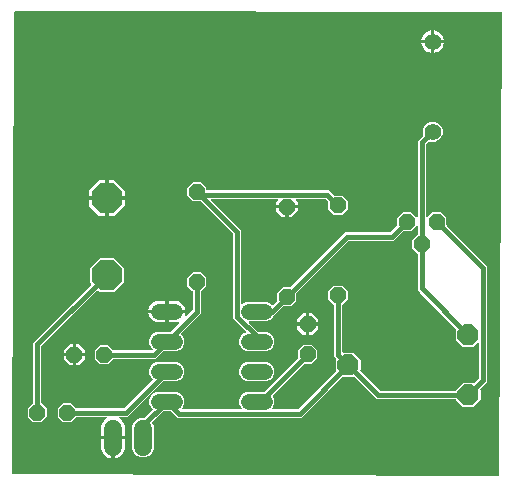
<source format=gbr>
G04 EAGLE Gerber RS-274X export*
G75*
%MOMM*%
%FSLAX34Y34*%
%LPD*%
%INTop Copper*%
%IPPOS*%
%AMOC8*
5,1,8,0,0,1.08239X$1,22.5*%
G01*
%ADD10P,1.429621X8X202.500000*%
%ADD11P,1.429621X8X112.500000*%
%ADD12C,1.320800*%
%ADD13C,1.400000*%
%ADD14P,1.429621X8X292.500000*%
%ADD15P,1.924489X8X112.500000*%
%ADD16P,2.749271X8X112.500000*%
%ADD17C,1.524000*%
%ADD18C,0.406400*%

G36*
X496173Y214D02*
X496173Y214D01*
X496191Y212D01*
X496294Y233D01*
X496397Y250D01*
X496414Y258D01*
X496432Y262D01*
X496522Y315D01*
X496615Y364D01*
X496628Y377D01*
X496644Y387D01*
X496713Y466D01*
X496785Y541D01*
X496793Y558D01*
X496805Y573D01*
X496845Y669D01*
X496890Y764D01*
X496892Y783D01*
X496899Y800D01*
X496919Y967D01*
X499760Y392398D01*
X499756Y392419D01*
X499759Y392441D01*
X499738Y392541D01*
X499722Y392641D01*
X499712Y392660D01*
X499707Y392682D01*
X499655Y392769D01*
X499608Y392859D01*
X499593Y392874D01*
X499582Y392893D01*
X499505Y392959D01*
X499431Y393030D01*
X499412Y393039D01*
X499395Y393053D01*
X499301Y393091D01*
X499209Y393135D01*
X499187Y393138D01*
X499167Y393146D01*
X499000Y393165D01*
X87771Y394114D01*
X87752Y394111D01*
X87733Y394113D01*
X87631Y394092D01*
X87528Y394075D01*
X87511Y394066D01*
X87493Y394062D01*
X87402Y394009D01*
X87310Y393960D01*
X87297Y393947D01*
X87281Y393937D01*
X87212Y393858D01*
X87140Y393782D01*
X87132Y393765D01*
X87120Y393751D01*
X87081Y393654D01*
X87036Y393560D01*
X87034Y393541D01*
X87027Y393523D01*
X87008Y393357D01*
X85114Y2875D01*
X85117Y2855D01*
X85114Y2835D01*
X85136Y2734D01*
X85152Y2632D01*
X85161Y2614D01*
X85166Y2595D01*
X85218Y2506D01*
X85266Y2414D01*
X85281Y2400D01*
X85291Y2383D01*
X85369Y2316D01*
X85444Y2244D01*
X85462Y2235D01*
X85477Y2222D01*
X85573Y2183D01*
X85666Y2139D01*
X85686Y2137D01*
X85705Y2129D01*
X85871Y2110D01*
X496154Y211D01*
X496173Y214D01*
G37*
%LPC*%
G36*
X193881Y16335D02*
X193881Y16335D01*
X190520Y17727D01*
X187947Y20300D01*
X186555Y23661D01*
X186555Y42539D01*
X187947Y45900D01*
X190520Y48473D01*
X193881Y49865D01*
X196919Y49865D01*
X197010Y49879D01*
X197100Y49887D01*
X197130Y49899D01*
X197162Y49904D01*
X197243Y49947D01*
X197327Y49983D01*
X197359Y50009D01*
X197380Y50020D01*
X197402Y50043D01*
X197458Y50088D01*
X203797Y56427D01*
X203808Y56443D01*
X203824Y56455D01*
X203880Y56543D01*
X203940Y56627D01*
X203946Y56646D01*
X203957Y56662D01*
X203982Y56763D01*
X204013Y56862D01*
X204012Y56882D01*
X204017Y56901D01*
X204009Y57004D01*
X204006Y57108D01*
X204000Y57126D01*
X203998Y57146D01*
X203958Y57241D01*
X203922Y57339D01*
X203909Y57354D01*
X203902Y57372D01*
X203797Y57503D01*
X202405Y58895D01*
X201167Y61883D01*
X201167Y65117D01*
X202405Y68105D01*
X204691Y70391D01*
X207679Y71629D01*
X224121Y71629D01*
X227109Y70391D01*
X229395Y68105D01*
X230633Y65117D01*
X230633Y61883D01*
X229395Y58895D01*
X228696Y58196D01*
X228654Y58138D01*
X228605Y58086D01*
X228583Y58039D01*
X228552Y57997D01*
X228531Y57928D01*
X228501Y57863D01*
X228495Y57811D01*
X228480Y57761D01*
X228482Y57690D01*
X228474Y57619D01*
X228485Y57568D01*
X228486Y57516D01*
X228511Y57448D01*
X228526Y57378D01*
X228553Y57333D01*
X228571Y57285D01*
X228616Y57229D01*
X228653Y57167D01*
X228692Y57133D01*
X228725Y57093D01*
X228785Y57054D01*
X228839Y57007D01*
X228888Y56988D01*
X228932Y56960D01*
X229001Y56942D01*
X229068Y56915D01*
X229139Y56907D01*
X229170Y56899D01*
X229193Y56901D01*
X229234Y56897D01*
X278766Y56897D01*
X278836Y56908D01*
X278908Y56910D01*
X278957Y56928D01*
X279008Y56936D01*
X279072Y56970D01*
X279139Y56995D01*
X279180Y57027D01*
X279226Y57052D01*
X279275Y57104D01*
X279331Y57148D01*
X279359Y57192D01*
X279395Y57230D01*
X279425Y57295D01*
X279464Y57355D01*
X279477Y57406D01*
X279499Y57453D01*
X279507Y57524D01*
X279524Y57594D01*
X279520Y57646D01*
X279526Y57697D01*
X279511Y57768D01*
X279505Y57839D01*
X279485Y57887D01*
X279474Y57938D01*
X279437Y57999D01*
X279409Y58065D01*
X279364Y58121D01*
X279347Y58149D01*
X279330Y58164D01*
X279304Y58196D01*
X278605Y58895D01*
X277367Y61883D01*
X277367Y65117D01*
X278605Y68105D01*
X280891Y70391D01*
X283879Y71629D01*
X297883Y71629D01*
X297974Y71643D01*
X298064Y71651D01*
X298094Y71663D01*
X298126Y71668D01*
X298207Y71711D01*
X298291Y71747D01*
X298323Y71773D01*
X298344Y71784D01*
X298366Y71807D01*
X298422Y71852D01*
X326848Y100278D01*
X326901Y100352D01*
X326961Y100422D01*
X326973Y100452D01*
X326992Y100478D01*
X327019Y100565D01*
X327053Y100650D01*
X327057Y100691D01*
X327064Y100713D01*
X327063Y100745D01*
X327071Y100817D01*
X327071Y106967D01*
X331833Y111729D01*
X338567Y111729D01*
X343329Y106967D01*
X343329Y100233D01*
X338567Y95471D01*
X332417Y95471D01*
X332326Y95457D01*
X332236Y95449D01*
X332206Y95437D01*
X332174Y95432D01*
X332093Y95389D01*
X332009Y95353D01*
X331977Y95327D01*
X331956Y95316D01*
X331934Y95293D01*
X331878Y95248D01*
X305703Y69073D01*
X305635Y68979D01*
X305565Y68884D01*
X305563Y68878D01*
X305559Y68873D01*
X305525Y68762D01*
X305489Y68650D01*
X305489Y68644D01*
X305487Y68638D01*
X305490Y68521D01*
X305491Y68404D01*
X305493Y68397D01*
X305493Y68392D01*
X305500Y68375D01*
X305538Y68243D01*
X306833Y65117D01*
X306833Y61883D01*
X305595Y58895D01*
X304896Y58196D01*
X304854Y58138D01*
X304805Y58086D01*
X304783Y58039D01*
X304752Y57997D01*
X304731Y57928D01*
X304701Y57863D01*
X304695Y57811D01*
X304680Y57761D01*
X304682Y57690D01*
X304674Y57619D01*
X304685Y57568D01*
X304686Y57516D01*
X304711Y57448D01*
X304726Y57378D01*
X304753Y57333D01*
X304771Y57285D01*
X304816Y57229D01*
X304853Y57167D01*
X304892Y57133D01*
X304925Y57093D01*
X304985Y57054D01*
X305039Y57007D01*
X305088Y56988D01*
X305132Y56960D01*
X305201Y56942D01*
X305268Y56915D01*
X305339Y56907D01*
X305370Y56899D01*
X305393Y56901D01*
X305434Y56897D01*
X326551Y56897D01*
X326642Y56911D01*
X326732Y56919D01*
X326762Y56931D01*
X326794Y56936D01*
X326875Y56979D01*
X326959Y57015D01*
X326991Y57041D01*
X327012Y57052D01*
X327034Y57075D01*
X327090Y57120D01*
X359182Y89212D01*
X359194Y89229D01*
X359210Y89241D01*
X359266Y89328D01*
X359326Y89412D01*
X359332Y89431D01*
X359343Y89448D01*
X359368Y89548D01*
X359398Y89647D01*
X359398Y89667D01*
X359403Y89687D01*
X359395Y89790D01*
X359392Y89893D01*
X359385Y89912D01*
X359384Y89932D01*
X359343Y90027D01*
X359308Y90124D01*
X359295Y90140D01*
X359287Y90158D01*
X359185Y90285D01*
X359185Y98915D01*
X359194Y98927D01*
X359210Y98940D01*
X359266Y99027D01*
X359326Y99111D01*
X359332Y99130D01*
X359343Y99147D01*
X359368Y99247D01*
X359398Y99346D01*
X359398Y99366D01*
X359403Y99385D01*
X359395Y99488D01*
X359392Y99592D01*
X359385Y99610D01*
X359384Y99630D01*
X359343Y99725D01*
X359308Y99823D01*
X359295Y99838D01*
X359287Y99857D01*
X359182Y99988D01*
X357343Y101827D01*
X357343Y145146D01*
X357329Y145236D01*
X357321Y145327D01*
X357309Y145356D01*
X357304Y145388D01*
X357261Y145469D01*
X357225Y145553D01*
X357199Y145585D01*
X357188Y145606D01*
X357165Y145628D01*
X357120Y145684D01*
X352771Y150033D01*
X352771Y156767D01*
X357533Y161529D01*
X364267Y161529D01*
X369029Y156767D01*
X369029Y150033D01*
X364680Y145684D01*
X364627Y145610D01*
X364567Y145541D01*
X364555Y145510D01*
X364536Y145484D01*
X364509Y145397D01*
X364475Y145312D01*
X364471Y145271D01*
X364464Y145249D01*
X364465Y145217D01*
X364457Y145146D01*
X364457Y105776D01*
X364460Y105756D01*
X364458Y105737D01*
X364480Y105635D01*
X364496Y105533D01*
X364506Y105516D01*
X364510Y105496D01*
X364563Y105407D01*
X364612Y105316D01*
X364626Y105302D01*
X364636Y105285D01*
X364715Y105218D01*
X364790Y105146D01*
X364808Y105138D01*
X364823Y105125D01*
X364919Y105086D01*
X365013Y105043D01*
X365033Y105041D01*
X365051Y105033D01*
X365218Y105015D01*
X373914Y105015D01*
X380015Y98914D01*
X380015Y90285D01*
X380006Y90273D01*
X379990Y90260D01*
X379934Y90173D01*
X379874Y90089D01*
X379868Y90070D01*
X379857Y90053D01*
X379832Y89953D01*
X379802Y89854D01*
X379802Y89834D01*
X379797Y89815D01*
X379805Y89712D01*
X379808Y89608D01*
X379815Y89590D01*
X379816Y89570D01*
X379857Y89475D01*
X379892Y89377D01*
X379905Y89362D01*
X379913Y89343D01*
X380018Y89212D01*
X396250Y72980D01*
X396324Y72927D01*
X396394Y72867D01*
X396424Y72855D01*
X396450Y72836D01*
X396537Y72809D01*
X396622Y72775D01*
X396663Y72771D01*
X396685Y72764D01*
X396717Y72765D01*
X396789Y72757D01*
X460024Y72757D01*
X460044Y72760D01*
X460063Y72758D01*
X460165Y72780D01*
X460267Y72796D01*
X460284Y72806D01*
X460304Y72810D01*
X460393Y72863D01*
X460484Y72912D01*
X460498Y72926D01*
X460515Y72936D01*
X460582Y73015D01*
X460654Y73090D01*
X460662Y73108D01*
X460675Y73123D01*
X460714Y73219D01*
X460757Y73313D01*
X460759Y73333D01*
X460767Y73351D01*
X460785Y73513D01*
X466886Y79615D01*
X475515Y79615D01*
X475527Y79606D01*
X475540Y79590D01*
X475627Y79534D01*
X475711Y79474D01*
X475730Y79468D01*
X475747Y79457D01*
X475847Y79432D01*
X475946Y79402D01*
X475966Y79402D01*
X475985Y79397D01*
X476088Y79405D01*
X476192Y79408D01*
X476210Y79415D01*
X476230Y79416D01*
X476325Y79457D01*
X476423Y79492D01*
X476438Y79505D01*
X476457Y79513D01*
X476588Y79618D01*
X479866Y82896D01*
X479919Y82970D01*
X479979Y83040D01*
X479991Y83070D01*
X480010Y83096D01*
X480037Y83183D01*
X480071Y83268D01*
X480075Y83309D01*
X480082Y83331D01*
X480081Y83363D01*
X480089Y83435D01*
X480089Y112323D01*
X480078Y112394D01*
X480076Y112465D01*
X480058Y112514D01*
X480050Y112566D01*
X480016Y112629D01*
X479991Y112696D01*
X479959Y112737D01*
X479934Y112783D01*
X479882Y112832D01*
X479838Y112888D01*
X479794Y112916D01*
X479756Y112952D01*
X479691Y112983D01*
X479631Y113021D01*
X479580Y113034D01*
X479533Y113056D01*
X479462Y113064D01*
X479392Y113081D01*
X479340Y113077D01*
X479289Y113083D01*
X479218Y113068D01*
X479147Y113062D01*
X479099Y113042D01*
X479048Y113031D01*
X478987Y112994D01*
X478921Y112966D01*
X478865Y112921D01*
X478837Y112905D01*
X478822Y112887D01*
X478790Y112861D01*
X475514Y109585D01*
X466886Y109585D01*
X460785Y115686D01*
X460785Y124315D01*
X460794Y124327D01*
X460810Y124340D01*
X460866Y124427D01*
X460926Y124511D01*
X460932Y124530D01*
X460943Y124547D01*
X460968Y124647D01*
X460998Y124746D01*
X460998Y124766D01*
X461003Y124785D01*
X460995Y124888D01*
X460992Y124992D01*
X460985Y125010D01*
X460984Y125030D01*
X460943Y125125D01*
X460908Y125223D01*
X460895Y125238D01*
X460887Y125257D01*
X460782Y125388D01*
X430550Y155620D01*
X428243Y157927D01*
X428243Y188596D01*
X428229Y188686D01*
X428221Y188777D01*
X428209Y188806D01*
X428204Y188838D01*
X428161Y188919D01*
X428125Y189003D01*
X428099Y189035D01*
X428088Y189056D01*
X428065Y189078D01*
X428020Y189134D01*
X423671Y193483D01*
X423671Y200217D01*
X428020Y204566D01*
X428073Y204640D01*
X428133Y204709D01*
X428145Y204740D01*
X428164Y204766D01*
X428191Y204853D01*
X428225Y204938D01*
X428229Y204979D01*
X428236Y205001D01*
X428235Y205033D01*
X428243Y205104D01*
X428243Y211710D01*
X428232Y211780D01*
X428230Y211852D01*
X428212Y211901D01*
X428204Y211952D01*
X428170Y212016D01*
X428145Y212083D01*
X428113Y212124D01*
X428088Y212170D01*
X428036Y212219D01*
X427992Y212275D01*
X427948Y212303D01*
X427910Y212339D01*
X427845Y212369D01*
X427785Y212408D01*
X427734Y212421D01*
X427687Y212443D01*
X427616Y212451D01*
X427546Y212468D01*
X427494Y212464D01*
X427443Y212470D01*
X427372Y212455D01*
X427301Y212449D01*
X427253Y212429D01*
X427202Y212418D01*
X427141Y212381D01*
X427075Y212353D01*
X427019Y212308D01*
X426991Y212291D01*
X426976Y212274D01*
X426944Y212248D01*
X422467Y207771D01*
X416317Y207771D01*
X416226Y207757D01*
X416136Y207749D01*
X416106Y207737D01*
X416074Y207732D01*
X415993Y207689D01*
X415909Y207653D01*
X415877Y207627D01*
X415856Y207616D01*
X415834Y207593D01*
X415778Y207548D01*
X410180Y201950D01*
X407873Y199643D01*
X370089Y199643D01*
X369998Y199629D01*
X369908Y199621D01*
X369878Y199609D01*
X369846Y199604D01*
X369765Y199561D01*
X369681Y199525D01*
X369649Y199499D01*
X369628Y199488D01*
X369606Y199465D01*
X369550Y199420D01*
X325852Y155722D01*
X325799Y155648D01*
X325739Y155578D01*
X325727Y155548D01*
X325708Y155522D01*
X325681Y155435D01*
X325647Y155350D01*
X325643Y155309D01*
X325636Y155287D01*
X325637Y155255D01*
X325629Y155183D01*
X325629Y149033D01*
X320867Y144271D01*
X314717Y144271D01*
X314626Y144257D01*
X314536Y144249D01*
X314506Y144237D01*
X314474Y144232D01*
X314393Y144189D01*
X314309Y144153D01*
X314277Y144127D01*
X314256Y144116D01*
X314234Y144093D01*
X314178Y144048D01*
X306165Y136035D01*
X306088Y135996D01*
X306083Y135991D01*
X306078Y135988D01*
X305998Y135904D01*
X305915Y135820D01*
X305912Y135814D01*
X305908Y135810D01*
X305901Y135793D01*
X305835Y135673D01*
X305595Y135095D01*
X303309Y132809D01*
X300321Y131571D01*
X286124Y131571D01*
X286053Y131560D01*
X285982Y131558D01*
X285933Y131540D01*
X285881Y131532D01*
X285818Y131498D01*
X285751Y131473D01*
X285710Y131441D01*
X285664Y131416D01*
X285615Y131364D01*
X285559Y131320D01*
X285530Y131276D01*
X285495Y131238D01*
X285464Y131173D01*
X285426Y131113D01*
X285413Y131062D01*
X285391Y131015D01*
X285383Y130944D01*
X285366Y130874D01*
X285370Y130822D01*
X285364Y130771D01*
X285379Y130700D01*
X285385Y130629D01*
X285405Y130581D01*
X285416Y130530D01*
X285453Y130469D01*
X285481Y130403D01*
X285526Y130347D01*
X285542Y130319D01*
X285560Y130304D01*
X285586Y130272D01*
X293206Y122652D01*
X293280Y122599D01*
X293349Y122539D01*
X293379Y122527D01*
X293406Y122508D01*
X293493Y122481D01*
X293577Y122447D01*
X293618Y122443D01*
X293641Y122436D01*
X293673Y122437D01*
X293744Y122429D01*
X300321Y122429D01*
X303309Y121191D01*
X305595Y118905D01*
X306833Y115917D01*
X306833Y112683D01*
X305595Y109695D01*
X303309Y107409D01*
X300321Y106171D01*
X283879Y106171D01*
X280891Y107409D01*
X278605Y109695D01*
X277367Y112683D01*
X277367Y115917D01*
X278605Y118905D01*
X280891Y121191D01*
X282466Y121843D01*
X282505Y121868D01*
X282548Y121883D01*
X282609Y121932D01*
X282675Y121973D01*
X282704Y122008D01*
X282740Y122037D01*
X282782Y122102D01*
X282832Y122162D01*
X282848Y122205D01*
X282873Y122244D01*
X282892Y122319D01*
X282920Y122392D01*
X282922Y122438D01*
X282933Y122482D01*
X282927Y122560D01*
X282930Y122638D01*
X282917Y122682D01*
X282914Y122728D01*
X282883Y122799D01*
X282862Y122874D01*
X282835Y122912D01*
X282818Y122954D01*
X282732Y123061D01*
X282721Y123076D01*
X282717Y123079D01*
X282713Y123085D01*
X271779Y134018D01*
X271779Y205475D01*
X271765Y205566D01*
X271757Y205656D01*
X271745Y205686D01*
X271740Y205718D01*
X271697Y205799D01*
X271661Y205883D01*
X271635Y205915D01*
X271624Y205936D01*
X271601Y205958D01*
X271556Y206014D01*
X244622Y232948D01*
X244548Y233001D01*
X244478Y233061D01*
X244448Y233073D01*
X244422Y233092D01*
X244335Y233119D01*
X244250Y233153D01*
X244209Y233157D01*
X244187Y233164D01*
X244155Y233163D01*
X244083Y233171D01*
X237933Y233171D01*
X233171Y237933D01*
X233171Y244667D01*
X237933Y249429D01*
X244667Y249429D01*
X249429Y244667D01*
X249429Y243078D01*
X249432Y243058D01*
X249430Y243039D01*
X249452Y242937D01*
X249468Y242835D01*
X249478Y242818D01*
X249482Y242798D01*
X249535Y242709D01*
X249584Y242618D01*
X249598Y242604D01*
X249608Y242587D01*
X249687Y242520D01*
X249762Y242448D01*
X249780Y242440D01*
X249795Y242427D01*
X249891Y242388D01*
X249985Y242345D01*
X250005Y242343D01*
X250023Y242335D01*
X250190Y242317D01*
X353213Y242317D01*
X357578Y237952D01*
X357652Y237899D01*
X357722Y237839D01*
X357752Y237827D01*
X357778Y237808D01*
X357865Y237781D01*
X357950Y237747D01*
X357991Y237743D01*
X358013Y237736D01*
X358045Y237737D01*
X358117Y237729D01*
X364267Y237729D01*
X369029Y232967D01*
X369029Y226233D01*
X364267Y221471D01*
X357533Y221471D01*
X352771Y226233D01*
X352771Y232383D01*
X352757Y232474D01*
X352749Y232564D01*
X352737Y232594D01*
X352732Y232626D01*
X352711Y232666D01*
X352709Y232672D01*
X352692Y232700D01*
X352689Y232707D01*
X352653Y232791D01*
X352627Y232823D01*
X352616Y232844D01*
X352594Y232865D01*
X352583Y232883D01*
X352571Y232894D01*
X352548Y232922D01*
X350490Y234980D01*
X350416Y235033D01*
X350346Y235093D01*
X350316Y235105D01*
X350290Y235124D01*
X350203Y235151D01*
X350118Y235185D01*
X350077Y235189D01*
X350055Y235196D01*
X350023Y235195D01*
X349951Y235203D01*
X325667Y235203D01*
X325596Y235192D01*
X325525Y235190D01*
X325476Y235172D01*
X325424Y235164D01*
X325361Y235130D01*
X325294Y235105D01*
X325253Y235073D01*
X325207Y235048D01*
X325158Y234996D01*
X325102Y234952D01*
X325073Y234908D01*
X325038Y234870D01*
X325007Y234805D01*
X324969Y234745D01*
X324956Y234694D01*
X324934Y234647D01*
X324926Y234576D01*
X324909Y234506D01*
X324913Y234454D01*
X324907Y234403D01*
X324922Y234332D01*
X324928Y234261D01*
X324948Y234213D01*
X324959Y234162D01*
X324996Y234101D01*
X325024Y234035D01*
X325069Y233979D01*
X325085Y233951D01*
X325103Y233936D01*
X325129Y233904D01*
X326645Y232388D01*
X326645Y230123D01*
X318262Y230123D01*
X318242Y230120D01*
X318223Y230122D01*
X318121Y230100D01*
X318019Y230083D01*
X318002Y230074D01*
X317982Y230070D01*
X317893Y230017D01*
X317802Y229968D01*
X317788Y229954D01*
X317771Y229944D01*
X317704Y229865D01*
X317633Y229790D01*
X317624Y229772D01*
X317611Y229757D01*
X317573Y229661D01*
X317529Y229567D01*
X317527Y229547D01*
X317519Y229529D01*
X317501Y229362D01*
X317501Y228599D01*
X317499Y228599D01*
X317499Y229362D01*
X317497Y229376D01*
X317498Y229387D01*
X317497Y229392D01*
X317498Y229401D01*
X317476Y229503D01*
X317459Y229605D01*
X317450Y229622D01*
X317446Y229642D01*
X317393Y229731D01*
X317344Y229822D01*
X317330Y229836D01*
X317320Y229853D01*
X317241Y229920D01*
X317166Y229991D01*
X317148Y230000D01*
X317133Y230013D01*
X317037Y230052D01*
X316943Y230095D01*
X316923Y230097D01*
X316905Y230105D01*
X316738Y230123D01*
X308355Y230123D01*
X308355Y232388D01*
X309871Y233904D01*
X309913Y233962D01*
X309962Y234014D01*
X309984Y234061D01*
X310015Y234103D01*
X310036Y234172D01*
X310066Y234237D01*
X310072Y234289D01*
X310087Y234339D01*
X310085Y234410D01*
X310093Y234481D01*
X310082Y234532D01*
X310081Y234584D01*
X310056Y234652D01*
X310041Y234722D01*
X310014Y234767D01*
X309996Y234815D01*
X309951Y234871D01*
X309915Y234933D01*
X309875Y234967D01*
X309843Y235007D01*
X309782Y235046D01*
X309728Y235093D01*
X309679Y235112D01*
X309636Y235140D01*
X309566Y235158D01*
X309500Y235185D01*
X309428Y235193D01*
X309397Y235201D01*
X309374Y235199D01*
X309333Y235203D01*
X254265Y235203D01*
X254194Y235192D01*
X254122Y235190D01*
X254073Y235172D01*
X254022Y235164D01*
X253959Y235130D01*
X253891Y235105D01*
X253850Y235073D01*
X253804Y235048D01*
X253755Y234997D01*
X253699Y234952D01*
X253671Y234908D01*
X253635Y234870D01*
X253605Y234805D01*
X253566Y234745D01*
X253553Y234694D01*
X253531Y234647D01*
X253523Y234576D01*
X253506Y234506D01*
X253510Y234454D01*
X253504Y234403D01*
X253520Y234332D01*
X253525Y234261D01*
X253545Y234213D01*
X253557Y234162D01*
X253593Y234101D01*
X253621Y234035D01*
X253666Y233979D01*
X253683Y233951D01*
X253701Y233936D01*
X253726Y233904D01*
X276586Y211044D01*
X278893Y208737D01*
X278893Y146430D01*
X278904Y146360D01*
X278906Y146288D01*
X278924Y146239D01*
X278932Y146188D01*
X278966Y146124D01*
X278991Y146057D01*
X279023Y146016D01*
X279048Y145970D01*
X279100Y145921D01*
X279144Y145865D01*
X279188Y145837D01*
X279226Y145801D01*
X279291Y145771D01*
X279351Y145732D01*
X279402Y145719D01*
X279449Y145697D01*
X279520Y145689D01*
X279590Y145672D01*
X279642Y145676D01*
X279693Y145670D01*
X279764Y145685D01*
X279835Y145691D01*
X279883Y145711D01*
X279934Y145722D01*
X279995Y145759D01*
X280061Y145787D01*
X280117Y145832D01*
X280145Y145849D01*
X280160Y145866D01*
X280192Y145892D01*
X280891Y146591D01*
X283879Y147829D01*
X300321Y147829D01*
X303309Y146591D01*
X304447Y145453D01*
X304463Y145442D01*
X304475Y145426D01*
X304562Y145370D01*
X304646Y145310D01*
X304665Y145304D01*
X304682Y145293D01*
X304783Y145268D01*
X304881Y145237D01*
X304901Y145238D01*
X304921Y145233D01*
X305024Y145241D01*
X305127Y145244D01*
X305146Y145250D01*
X305166Y145252D01*
X305261Y145292D01*
X305358Y145328D01*
X305374Y145341D01*
X305392Y145348D01*
X305523Y145453D01*
X309148Y149078D01*
X309201Y149152D01*
X309261Y149222D01*
X309273Y149252D01*
X309292Y149278D01*
X309319Y149365D01*
X309353Y149450D01*
X309357Y149491D01*
X309364Y149513D01*
X309363Y149545D01*
X309371Y149617D01*
X309371Y155767D01*
X314133Y160529D01*
X320283Y160529D01*
X320374Y160543D01*
X320464Y160551D01*
X320494Y160563D01*
X320526Y160568D01*
X320607Y160611D01*
X320691Y160647D01*
X320723Y160673D01*
X320744Y160684D01*
X320766Y160707D01*
X320822Y160752D01*
X366827Y206757D01*
X404611Y206757D01*
X404702Y206771D01*
X404792Y206779D01*
X404822Y206791D01*
X404854Y206796D01*
X404935Y206839D01*
X405019Y206875D01*
X405051Y206901D01*
X405072Y206912D01*
X405094Y206935D01*
X405150Y206980D01*
X410748Y212578D01*
X410801Y212652D01*
X410861Y212722D01*
X410873Y212752D01*
X410892Y212778D01*
X410919Y212865D01*
X410953Y212950D01*
X410957Y212991D01*
X410964Y213013D01*
X410963Y213045D01*
X410971Y213117D01*
X410971Y219267D01*
X415733Y224029D01*
X422467Y224029D01*
X426944Y219552D01*
X427002Y219510D01*
X427054Y219461D01*
X427101Y219439D01*
X427143Y219408D01*
X427212Y219387D01*
X427277Y219357D01*
X427329Y219351D01*
X427379Y219336D01*
X427450Y219338D01*
X427521Y219330D01*
X427572Y219341D01*
X427624Y219342D01*
X427692Y219367D01*
X427762Y219382D01*
X427807Y219409D01*
X427855Y219427D01*
X427911Y219472D01*
X427973Y219509D01*
X428007Y219548D01*
X428047Y219581D01*
X428086Y219641D01*
X428133Y219695D01*
X428152Y219744D01*
X428180Y219788D01*
X428198Y219857D01*
X428225Y219924D01*
X428233Y219995D01*
X428241Y220026D01*
X428239Y220049D01*
X428243Y220090D01*
X428243Y284373D01*
X432643Y288773D01*
X432711Y288868D01*
X432780Y288961D01*
X432782Y288967D01*
X432786Y288972D01*
X432820Y289084D01*
X432857Y289195D01*
X432857Y289201D01*
X432858Y289207D01*
X432855Y289324D01*
X432854Y289441D01*
X432852Y289448D01*
X432852Y289453D01*
X432846Y289471D01*
X432808Y289602D01*
X432475Y290404D01*
X432475Y293796D01*
X433773Y296929D01*
X436171Y299327D01*
X439304Y300625D01*
X442696Y300625D01*
X445829Y299327D01*
X448227Y296929D01*
X449525Y293796D01*
X449525Y290404D01*
X448227Y287271D01*
X445829Y284873D01*
X442696Y283575D01*
X439304Y283575D01*
X438502Y283908D01*
X438388Y283934D01*
X438275Y283963D01*
X438269Y283962D01*
X438263Y283964D01*
X438146Y283953D01*
X438030Y283944D01*
X438024Y283941D01*
X438018Y283941D01*
X437910Y283893D01*
X437803Y283847D01*
X437798Y283843D01*
X437793Y283841D01*
X437779Y283828D01*
X437673Y283743D01*
X435580Y281650D01*
X435538Y281591D01*
X435489Y281540D01*
X435481Y281522D01*
X435467Y281506D01*
X435455Y281476D01*
X435436Y281450D01*
X435414Y281379D01*
X435386Y281317D01*
X435384Y281299D01*
X435375Y281278D01*
X435371Y281237D01*
X435364Y281215D01*
X435365Y281183D01*
X435357Y281111D01*
X435357Y220090D01*
X435368Y220020D01*
X435370Y219948D01*
X435388Y219899D01*
X435396Y219848D01*
X435430Y219784D01*
X435455Y219717D01*
X435487Y219676D01*
X435512Y219630D01*
X435564Y219581D01*
X435608Y219525D01*
X435652Y219497D01*
X435690Y219461D01*
X435755Y219431D01*
X435815Y219392D01*
X435866Y219379D01*
X435913Y219357D01*
X435984Y219349D01*
X436054Y219332D01*
X436106Y219336D01*
X436157Y219330D01*
X436228Y219345D01*
X436299Y219351D01*
X436347Y219371D01*
X436398Y219382D01*
X436459Y219419D01*
X436525Y219447D01*
X436581Y219492D01*
X436609Y219509D01*
X436624Y219526D01*
X436656Y219552D01*
X441133Y224029D01*
X447867Y224029D01*
X452629Y219267D01*
X452629Y213117D01*
X452643Y213026D01*
X452651Y212936D01*
X452663Y212906D01*
X452668Y212874D01*
X452711Y212793D01*
X452747Y212709D01*
X452773Y212677D01*
X452784Y212656D01*
X452807Y212634D01*
X452852Y212578D01*
X487203Y178227D01*
X487203Y80173D01*
X481618Y74588D01*
X481606Y74571D01*
X481590Y74559D01*
X481562Y74515D01*
X481529Y74480D01*
X481509Y74436D01*
X481474Y74388D01*
X481468Y74369D01*
X481457Y74352D01*
X481443Y74294D01*
X481426Y74257D01*
X481421Y74216D01*
X481402Y74153D01*
X481402Y74133D01*
X481397Y74113D01*
X481402Y74048D01*
X481399Y74013D01*
X481406Y73977D01*
X481408Y73907D01*
X481415Y73888D01*
X481416Y73868D01*
X481444Y73803D01*
X481451Y73772D01*
X481467Y73745D01*
X481492Y73676D01*
X481505Y73660D01*
X481513Y73642D01*
X481576Y73563D01*
X481577Y73561D01*
X481578Y73560D01*
X481615Y73515D01*
X481615Y64886D01*
X475514Y58785D01*
X466886Y58785D01*
X460784Y64887D01*
X460782Y64902D01*
X460784Y64921D01*
X460762Y65023D01*
X460746Y65125D01*
X460736Y65142D01*
X460732Y65162D01*
X460679Y65251D01*
X460630Y65342D01*
X460616Y65356D01*
X460606Y65373D01*
X460527Y65440D01*
X460452Y65512D01*
X460434Y65520D01*
X460419Y65533D01*
X460323Y65572D01*
X460229Y65615D01*
X460209Y65617D01*
X460191Y65625D01*
X460024Y65643D01*
X393527Y65643D01*
X391220Y67950D01*
X374988Y84182D01*
X374971Y84194D01*
X374959Y84210D01*
X374872Y84266D01*
X374788Y84326D01*
X374769Y84332D01*
X374752Y84343D01*
X374652Y84368D01*
X374553Y84398D01*
X374533Y84398D01*
X374513Y84403D01*
X374410Y84395D01*
X374307Y84392D01*
X374288Y84385D01*
X374268Y84384D01*
X374173Y84343D01*
X374076Y84308D01*
X374060Y84295D01*
X374042Y84287D01*
X373915Y84185D01*
X365285Y84185D01*
X365273Y84194D01*
X365260Y84210D01*
X365173Y84266D01*
X365089Y84326D01*
X365070Y84332D01*
X365053Y84343D01*
X364953Y84368D01*
X364854Y84398D01*
X364834Y84398D01*
X364815Y84403D01*
X364712Y84395D01*
X364608Y84392D01*
X364590Y84385D01*
X364570Y84384D01*
X364475Y84343D01*
X364377Y84308D01*
X364362Y84295D01*
X364343Y84287D01*
X364212Y84182D01*
X329813Y49783D01*
X224587Y49783D01*
X219222Y55148D01*
X219148Y55201D01*
X219078Y55261D01*
X219048Y55273D01*
X219022Y55292D01*
X218935Y55319D01*
X218850Y55353D01*
X218809Y55357D01*
X218787Y55364D01*
X218755Y55363D01*
X218683Y55371D01*
X213117Y55371D01*
X213026Y55357D01*
X212936Y55349D01*
X212906Y55337D01*
X212874Y55332D01*
X212793Y55289D01*
X212709Y55253D01*
X212677Y55227D01*
X212656Y55216D01*
X212634Y55193D01*
X212578Y55148D01*
X203776Y46346D01*
X203708Y46252D01*
X203638Y46158D01*
X203636Y46152D01*
X203633Y46147D01*
X203599Y46036D01*
X203562Y45924D01*
X203562Y45918D01*
X203560Y45912D01*
X203563Y45795D01*
X203565Y45678D01*
X203567Y45671D01*
X203567Y45666D01*
X203573Y45648D01*
X203611Y45517D01*
X204845Y42539D01*
X204845Y23661D01*
X203453Y20300D01*
X200880Y17727D01*
X197519Y16335D01*
X193881Y16335D01*
G37*
%LPD*%
%LPC*%
G36*
X102933Y46071D02*
X102933Y46071D01*
X98171Y50833D01*
X98171Y57567D01*
X102520Y61916D01*
X102573Y61990D01*
X102633Y62059D01*
X102645Y62090D01*
X102664Y62116D01*
X102691Y62203D01*
X102725Y62288D01*
X102729Y62329D01*
X102736Y62351D01*
X102735Y62383D01*
X102743Y62454D01*
X102743Y113361D01*
X151988Y162606D01*
X152000Y162622D01*
X152016Y162635D01*
X152046Y162683D01*
X152053Y162690D01*
X152059Y162703D01*
X152072Y162722D01*
X152132Y162806D01*
X152138Y162825D01*
X152149Y162842D01*
X152174Y162942D01*
X152204Y163041D01*
X152204Y163061D01*
X152209Y163080D01*
X152201Y163183D01*
X152198Y163287D01*
X152191Y163306D01*
X152189Y163326D01*
X152149Y163420D01*
X152113Y163518D01*
X152101Y163534D01*
X152093Y163552D01*
X151988Y163683D01*
X150875Y164796D01*
X150875Y176580D01*
X159208Y184913D01*
X170992Y184913D01*
X179325Y176580D01*
X179325Y164796D01*
X170992Y156463D01*
X159208Y156463D01*
X158095Y157576D01*
X158079Y157588D01*
X158066Y157604D01*
X157999Y157647D01*
X157961Y157679D01*
X157940Y157688D01*
X157895Y157720D01*
X157876Y157726D01*
X157859Y157737D01*
X157759Y157762D01*
X157748Y157765D01*
X157733Y157771D01*
X157726Y157772D01*
X157660Y157792D01*
X157640Y157792D01*
X157621Y157797D01*
X157518Y157789D01*
X157414Y157786D01*
X157395Y157779D01*
X157376Y157777D01*
X157315Y157752D01*
X157304Y157750D01*
X157278Y157736D01*
X157183Y157701D01*
X157168Y157689D01*
X157149Y157681D01*
X157101Y157642D01*
X157087Y157635D01*
X157072Y157620D01*
X157018Y157576D01*
X110080Y110638D01*
X110027Y110564D01*
X109967Y110494D01*
X109955Y110464D01*
X109936Y110438D01*
X109909Y110351D01*
X109875Y110266D01*
X109871Y110225D01*
X109864Y110203D01*
X109865Y110171D01*
X109857Y110099D01*
X109857Y62454D01*
X109871Y62364D01*
X109879Y62273D01*
X109891Y62244D01*
X109896Y62212D01*
X109939Y62131D01*
X109975Y62047D01*
X110001Y62015D01*
X110012Y61994D01*
X110035Y61972D01*
X110080Y61916D01*
X114429Y57567D01*
X114429Y50833D01*
X109667Y46071D01*
X102933Y46071D01*
G37*
%LPD*%
%LPC*%
G36*
X159733Y95171D02*
X159733Y95171D01*
X154971Y99933D01*
X154971Y106667D01*
X159733Y111429D01*
X166467Y111429D01*
X170816Y107080D01*
X170890Y107027D01*
X170959Y106967D01*
X170990Y106955D01*
X171016Y106936D01*
X171103Y106909D01*
X171188Y106875D01*
X171229Y106871D01*
X171251Y106864D01*
X171283Y106865D01*
X171354Y106857D01*
X203111Y106857D01*
X203201Y106871D01*
X203292Y106879D01*
X203322Y106891D01*
X203354Y106896D01*
X203435Y106939D01*
X203519Y106975D01*
X203551Y107001D01*
X203572Y107012D01*
X203594Y107035D01*
X203650Y107080D01*
X203797Y107227D01*
X203808Y107243D01*
X203824Y107255D01*
X203880Y107343D01*
X203940Y107426D01*
X203946Y107446D01*
X203957Y107462D01*
X203982Y107563D01*
X204013Y107662D01*
X204012Y107682D01*
X204017Y107701D01*
X204009Y107804D01*
X204006Y107907D01*
X204000Y107926D01*
X203998Y107946D01*
X203958Y108041D01*
X203922Y108138D01*
X203909Y108154D01*
X203902Y108172D01*
X203797Y108303D01*
X202405Y109695D01*
X201167Y112683D01*
X201167Y115917D01*
X202405Y118905D01*
X204691Y121191D01*
X207679Y122429D01*
X218683Y122429D01*
X218774Y122443D01*
X218864Y122451D01*
X218894Y122463D01*
X218926Y122468D01*
X219007Y122511D01*
X219091Y122547D01*
X219123Y122573D01*
X219144Y122584D01*
X219166Y122607D01*
X219222Y122652D01*
X226401Y129831D01*
X226457Y129910D01*
X226520Y129985D01*
X226529Y130009D01*
X226544Y130030D01*
X226573Y130123D01*
X226608Y130214D01*
X226609Y130240D01*
X226617Y130265D01*
X226614Y130363D01*
X226618Y130460D01*
X226611Y130485D01*
X226610Y130511D01*
X226577Y130603D01*
X226550Y130696D01*
X226535Y130718D01*
X226526Y130742D01*
X226465Y130819D01*
X226409Y130898D01*
X226388Y130914D01*
X226372Y130934D01*
X226290Y130987D01*
X226212Y131045D01*
X226187Y131053D01*
X226165Y131067D01*
X226071Y131091D01*
X225978Y131121D01*
X225952Y131121D01*
X225927Y131127D01*
X225830Y131120D01*
X225732Y131119D01*
X225701Y131110D01*
X225681Y131108D01*
X225651Y131095D01*
X225571Y131072D01*
X225171Y130907D01*
X223405Y130555D01*
X217423Y130555D01*
X217423Y138177D01*
X231525Y138177D01*
X231297Y137033D01*
X231132Y136633D01*
X231109Y136538D01*
X231081Y136445D01*
X231082Y136419D01*
X231076Y136393D01*
X231085Y136297D01*
X231087Y136199D01*
X231096Y136175D01*
X231099Y136149D01*
X231138Y136060D01*
X231172Y135968D01*
X231188Y135948D01*
X231199Y135924D01*
X231265Y135852D01*
X231325Y135776D01*
X231347Y135762D01*
X231365Y135743D01*
X231450Y135696D01*
X231532Y135643D01*
X231558Y135637D01*
X231581Y135624D01*
X231677Y135607D01*
X231771Y135583D01*
X231797Y135585D01*
X231823Y135580D01*
X231919Y135595D01*
X232016Y135602D01*
X232040Y135612D01*
X232066Y135616D01*
X232153Y135660D01*
X232242Y135698D01*
X232268Y135719D01*
X232285Y135728D01*
X232308Y135751D01*
X232373Y135803D01*
X237520Y140950D01*
X237573Y141024D01*
X237633Y141094D01*
X237645Y141124D01*
X237664Y141150D01*
X237691Y141237D01*
X237725Y141322D01*
X237729Y141363D01*
X237736Y141385D01*
X237735Y141417D01*
X237743Y141489D01*
X237743Y156846D01*
X237729Y156936D01*
X237721Y157027D01*
X237709Y157056D01*
X237704Y157088D01*
X237661Y157169D01*
X237625Y157253D01*
X237599Y157285D01*
X237588Y157306D01*
X237565Y157328D01*
X237520Y157384D01*
X233171Y161733D01*
X233171Y168467D01*
X237933Y173229D01*
X244667Y173229D01*
X249429Y168467D01*
X249429Y161733D01*
X245080Y157384D01*
X245027Y157310D01*
X244967Y157241D01*
X244955Y157210D01*
X244936Y157184D01*
X244909Y157097D01*
X244875Y157012D01*
X244871Y156971D01*
X244864Y156949D01*
X244865Y156917D01*
X244857Y156846D01*
X244857Y138227D01*
X228003Y121373D01*
X227992Y121357D01*
X227976Y121345D01*
X227920Y121257D01*
X227860Y121173D01*
X227854Y121154D01*
X227843Y121138D01*
X227818Y121037D01*
X227787Y120938D01*
X227788Y120918D01*
X227783Y120899D01*
X227791Y120796D01*
X227794Y120692D01*
X227800Y120674D01*
X227802Y120654D01*
X227842Y120559D01*
X227878Y120461D01*
X227891Y120446D01*
X227898Y120428D01*
X228003Y120297D01*
X229395Y118905D01*
X230633Y115917D01*
X230633Y112683D01*
X229395Y109695D01*
X227109Y107409D01*
X224121Y106171D01*
X213117Y106171D01*
X213026Y106157D01*
X212936Y106149D01*
X212906Y106137D01*
X212874Y106132D01*
X212793Y106089D01*
X212709Y106053D01*
X212677Y106027D01*
X212656Y106016D01*
X212634Y105993D01*
X212578Y105948D01*
X208680Y102050D01*
X206373Y99743D01*
X171354Y99743D01*
X171264Y99729D01*
X171173Y99721D01*
X171144Y99709D01*
X171112Y99704D01*
X171031Y99661D01*
X170947Y99625D01*
X170915Y99599D01*
X170894Y99588D01*
X170872Y99565D01*
X170816Y99520D01*
X166467Y95171D01*
X159733Y95171D01*
G37*
%LPD*%
%LPC*%
G36*
X170299Y33099D02*
X170299Y33099D01*
X170299Y33862D01*
X170296Y33882D01*
X170298Y33901D01*
X170276Y34003D01*
X170259Y34105D01*
X170250Y34122D01*
X170246Y34142D01*
X170193Y34231D01*
X170144Y34322D01*
X170130Y34336D01*
X170120Y34353D01*
X170041Y34420D01*
X169966Y34491D01*
X169948Y34500D01*
X169933Y34513D01*
X169837Y34552D01*
X169743Y34595D01*
X169723Y34597D01*
X169705Y34605D01*
X169538Y34623D01*
X160139Y34623D01*
X160139Y41520D01*
X160389Y43099D01*
X160884Y44620D01*
X161610Y46045D01*
X162550Y47339D01*
X163681Y48470D01*
X164776Y49266D01*
X164782Y49272D01*
X164789Y49276D01*
X164868Y49359D01*
X164949Y49441D01*
X164953Y49448D01*
X164958Y49454D01*
X165007Y49558D01*
X165058Y49662D01*
X165059Y49670D01*
X165062Y49677D01*
X165075Y49791D01*
X165090Y49906D01*
X165088Y49914D01*
X165089Y49921D01*
X165065Y50034D01*
X165042Y50147D01*
X165039Y50154D01*
X165037Y50162D01*
X164978Y50260D01*
X164921Y50361D01*
X164915Y50366D01*
X164911Y50373D01*
X164824Y50447D01*
X164737Y50525D01*
X164730Y50528D01*
X164724Y50533D01*
X164616Y50576D01*
X164511Y50621D01*
X164503Y50622D01*
X164496Y50625D01*
X164329Y50643D01*
X139954Y50643D01*
X139864Y50629D01*
X139773Y50621D01*
X139744Y50609D01*
X139712Y50604D01*
X139631Y50561D01*
X139547Y50525D01*
X139515Y50499D01*
X139494Y50488D01*
X139472Y50465D01*
X139416Y50420D01*
X135067Y46071D01*
X128333Y46071D01*
X123571Y50833D01*
X123571Y57567D01*
X128333Y62329D01*
X135067Y62329D01*
X139416Y57980D01*
X139490Y57927D01*
X139559Y57867D01*
X139590Y57855D01*
X139616Y57836D01*
X139703Y57809D01*
X139788Y57775D01*
X139829Y57771D01*
X139851Y57764D01*
X139883Y57765D01*
X139954Y57757D01*
X179411Y57757D01*
X179502Y57771D01*
X179592Y57779D01*
X179622Y57791D01*
X179654Y57796D01*
X179735Y57839D01*
X179819Y57875D01*
X179851Y57901D01*
X179872Y57912D01*
X179894Y57935D01*
X179950Y57980D01*
X203797Y81827D01*
X203808Y81843D01*
X203824Y81855D01*
X203880Y81943D01*
X203940Y82027D01*
X203946Y82046D01*
X203957Y82062D01*
X203982Y82163D01*
X204013Y82262D01*
X204012Y82282D01*
X204017Y82301D01*
X204009Y82404D01*
X204006Y82508D01*
X204000Y82526D01*
X203998Y82546D01*
X203958Y82641D01*
X203922Y82739D01*
X203909Y82754D01*
X203902Y82772D01*
X203797Y82903D01*
X202405Y84295D01*
X201167Y87283D01*
X201167Y90517D01*
X202405Y93505D01*
X204691Y95791D01*
X207679Y97029D01*
X224121Y97029D01*
X227109Y95791D01*
X229395Y93505D01*
X230633Y90517D01*
X230633Y87283D01*
X229395Y84295D01*
X227109Y82009D01*
X224121Y80771D01*
X213117Y80771D01*
X213026Y80757D01*
X212936Y80749D01*
X212906Y80737D01*
X212874Y80732D01*
X212793Y80689D01*
X212709Y80653D01*
X212677Y80627D01*
X212656Y80616D01*
X212634Y80593D01*
X212578Y80548D01*
X182673Y50643D01*
X176271Y50643D01*
X176263Y50642D01*
X176255Y50643D01*
X176142Y50622D01*
X176028Y50604D01*
X176021Y50600D01*
X176013Y50598D01*
X175912Y50542D01*
X175811Y50488D01*
X175806Y50483D01*
X175799Y50479D01*
X175721Y50393D01*
X175642Y50310D01*
X175638Y50303D01*
X175633Y50297D01*
X175587Y50191D01*
X175538Y50087D01*
X175537Y50079D01*
X175534Y50072D01*
X175524Y49957D01*
X175511Y49843D01*
X175513Y49835D01*
X175512Y49827D01*
X175539Y49714D01*
X175563Y49602D01*
X175567Y49595D01*
X175569Y49588D01*
X175630Y49490D01*
X175689Y49391D01*
X175695Y49386D01*
X175700Y49379D01*
X175824Y49266D01*
X176919Y48470D01*
X178050Y47339D01*
X178990Y46045D01*
X179716Y44620D01*
X180211Y43099D01*
X180461Y41520D01*
X180461Y34623D01*
X171062Y34623D01*
X171042Y34620D01*
X171023Y34622D01*
X170921Y34600D01*
X170819Y34583D01*
X170802Y34574D01*
X170782Y34570D01*
X170693Y34517D01*
X170602Y34468D01*
X170588Y34454D01*
X170571Y34444D01*
X170504Y34365D01*
X170433Y34290D01*
X170424Y34272D01*
X170411Y34257D01*
X170373Y34161D01*
X170329Y34067D01*
X170327Y34047D01*
X170319Y34029D01*
X170301Y33862D01*
X170301Y33099D01*
X170299Y33099D01*
G37*
%LPD*%
%LPC*%
G36*
X283879Y80771D02*
X283879Y80771D01*
X280891Y82009D01*
X278605Y84295D01*
X277367Y87283D01*
X277367Y90517D01*
X278605Y93505D01*
X280891Y95791D01*
X283879Y97029D01*
X300321Y97029D01*
X303309Y95791D01*
X305595Y93505D01*
X306833Y90517D01*
X306833Y87283D01*
X305595Y84295D01*
X303309Y82009D01*
X300321Y80771D01*
X283879Y80771D01*
G37*
%LPD*%
%LPC*%
G36*
X166623Y237235D02*
X166623Y237235D01*
X166623Y250953D01*
X171413Y250953D01*
X180341Y242025D01*
X180341Y237235D01*
X166623Y237235D01*
G37*
%LPD*%
%LPC*%
G36*
X166623Y234189D02*
X166623Y234189D01*
X180341Y234189D01*
X180341Y229399D01*
X171413Y220471D01*
X166623Y220471D01*
X166623Y234189D01*
G37*
%LPD*%
%LPC*%
G36*
X149859Y237235D02*
X149859Y237235D01*
X149859Y242025D01*
X158787Y250953D01*
X163577Y250953D01*
X163577Y237235D01*
X149859Y237235D01*
G37*
%LPD*%
%LPC*%
G36*
X158787Y220471D02*
X158787Y220471D01*
X149859Y229399D01*
X149859Y234189D01*
X163577Y234189D01*
X163577Y220471D01*
X158787Y220471D01*
G37*
%LPD*%
%LPC*%
G36*
X171823Y31577D02*
X171823Y31577D01*
X180461Y31577D01*
X180461Y24680D01*
X180211Y23101D01*
X179716Y21580D01*
X178990Y20155D01*
X178050Y18861D01*
X176919Y17730D01*
X175625Y16790D01*
X174200Y16064D01*
X172679Y15569D01*
X171823Y15434D01*
X171823Y31577D01*
G37*
%LPD*%
%LPC*%
G36*
X167921Y15569D02*
X167921Y15569D01*
X166400Y16064D01*
X164975Y16790D01*
X163681Y17730D01*
X162550Y18861D01*
X161610Y20155D01*
X160884Y21580D01*
X160389Y23101D01*
X160139Y24680D01*
X160139Y31577D01*
X168777Y31577D01*
X168777Y15434D01*
X167921Y15569D01*
G37*
%LPD*%
%LPC*%
G36*
X217423Y141223D02*
X217423Y141223D01*
X217423Y148845D01*
X223405Y148845D01*
X225171Y148493D01*
X226836Y147804D01*
X228334Y146803D01*
X229607Y145530D01*
X230608Y144032D01*
X231297Y142367D01*
X231525Y141223D01*
X217423Y141223D01*
G37*
%LPD*%
%LPC*%
G36*
X200275Y141223D02*
X200275Y141223D01*
X200503Y142367D01*
X201192Y144032D01*
X202193Y145530D01*
X203466Y146803D01*
X204964Y147804D01*
X206629Y148493D01*
X208395Y148845D01*
X214377Y148845D01*
X214377Y141223D01*
X200275Y141223D01*
G37*
%LPD*%
%LPC*%
G36*
X208395Y130555D02*
X208395Y130555D01*
X206629Y130907D01*
X204964Y131596D01*
X203466Y132597D01*
X202193Y133870D01*
X201192Y135368D01*
X200503Y137033D01*
X200275Y138177D01*
X214377Y138177D01*
X214377Y130555D01*
X208395Y130555D01*
G37*
%LPD*%
%LPC*%
G36*
X442523Y369823D02*
X442523Y369823D01*
X442523Y377725D01*
X443783Y377474D01*
X445519Y376755D01*
X447082Y375711D01*
X448411Y374382D01*
X449455Y372819D01*
X450174Y371083D01*
X450425Y369823D01*
X442523Y369823D01*
G37*
%LPD*%
%LPC*%
G36*
X431575Y369823D02*
X431575Y369823D01*
X431826Y371083D01*
X432545Y372819D01*
X433589Y374382D01*
X434918Y375711D01*
X436481Y376755D01*
X438217Y377474D01*
X439477Y377725D01*
X439477Y369823D01*
X431575Y369823D01*
G37*
%LPD*%
%LPC*%
G36*
X442523Y366777D02*
X442523Y366777D01*
X450425Y366777D01*
X450174Y365517D01*
X449455Y363781D01*
X448411Y362218D01*
X447082Y360889D01*
X445519Y359845D01*
X443783Y359126D01*
X442523Y358875D01*
X442523Y366777D01*
G37*
%LPD*%
%LPC*%
G36*
X438217Y359126D02*
X438217Y359126D01*
X436481Y359845D01*
X434918Y360889D01*
X433589Y362218D01*
X432545Y363781D01*
X431826Y365517D01*
X431575Y366777D01*
X439477Y366777D01*
X439477Y358875D01*
X438217Y359126D01*
G37*
%LPD*%
%LPC*%
G36*
X336723Y130523D02*
X336723Y130523D01*
X336723Y138145D01*
X338988Y138145D01*
X344345Y132788D01*
X344345Y130523D01*
X336723Y130523D01*
G37*
%LPD*%
%LPC*%
G36*
X139223Y104823D02*
X139223Y104823D01*
X139223Y112445D01*
X141488Y112445D01*
X146845Y107088D01*
X146845Y104823D01*
X139223Y104823D01*
G37*
%LPD*%
%LPC*%
G36*
X128555Y104823D02*
X128555Y104823D01*
X128555Y107088D01*
X133912Y112445D01*
X136177Y112445D01*
X136177Y104823D01*
X128555Y104823D01*
G37*
%LPD*%
%LPC*%
G36*
X326055Y130523D02*
X326055Y130523D01*
X326055Y132788D01*
X331412Y138145D01*
X333677Y138145D01*
X333677Y130523D01*
X326055Y130523D01*
G37*
%LPD*%
%LPC*%
G36*
X336723Y119855D02*
X336723Y119855D01*
X336723Y127477D01*
X344345Y127477D01*
X344345Y125212D01*
X338988Y119855D01*
X336723Y119855D01*
G37*
%LPD*%
%LPC*%
G36*
X139223Y94155D02*
X139223Y94155D01*
X139223Y101777D01*
X146845Y101777D01*
X146845Y99512D01*
X141488Y94155D01*
X139223Y94155D01*
G37*
%LPD*%
%LPC*%
G36*
X319023Y219455D02*
X319023Y219455D01*
X319023Y227077D01*
X326645Y227077D01*
X326645Y224812D01*
X321288Y219455D01*
X319023Y219455D01*
G37*
%LPD*%
%LPC*%
G36*
X331412Y119855D02*
X331412Y119855D01*
X326055Y125212D01*
X326055Y127477D01*
X333677Y127477D01*
X333677Y119855D01*
X331412Y119855D01*
G37*
%LPD*%
%LPC*%
G36*
X313712Y219455D02*
X313712Y219455D01*
X308355Y224812D01*
X308355Y227077D01*
X315977Y227077D01*
X315977Y219455D01*
X313712Y219455D01*
G37*
%LPD*%
%LPC*%
G36*
X133912Y94155D02*
X133912Y94155D01*
X128555Y99512D01*
X128555Y101777D01*
X136177Y101777D01*
X136177Y94155D01*
X133912Y94155D01*
G37*
%LPD*%
%LPC*%
G36*
X440999Y368299D02*
X440999Y368299D01*
X440999Y368301D01*
X441001Y368301D01*
X441001Y368299D01*
X440999Y368299D01*
G37*
%LPD*%
%LPC*%
G36*
X165099Y235711D02*
X165099Y235711D01*
X165099Y235713D01*
X165101Y235713D01*
X165101Y235711D01*
X165099Y235711D01*
G37*
%LPD*%
%LPC*%
G36*
X215899Y139699D02*
X215899Y139699D01*
X215899Y139701D01*
X215901Y139701D01*
X215901Y139699D01*
X215899Y139699D01*
G37*
%LPD*%
%LPC*%
G36*
X335199Y128999D02*
X335199Y128999D01*
X335199Y129001D01*
X335201Y129001D01*
X335201Y128999D01*
X335199Y128999D01*
G37*
%LPD*%
%LPC*%
G36*
X137699Y103299D02*
X137699Y103299D01*
X137699Y103301D01*
X137701Y103301D01*
X137701Y103299D01*
X137699Y103299D01*
G37*
%LPD*%
D10*
X163100Y103300D03*
X137700Y103300D03*
D11*
X335200Y103600D03*
X335200Y129000D03*
D10*
X131700Y54200D03*
X106300Y54200D03*
D12*
X209296Y139700D02*
X222504Y139700D01*
X222504Y114300D02*
X209296Y114300D01*
X285496Y114300D02*
X298704Y114300D01*
X298704Y139700D02*
X285496Y139700D01*
X222504Y88900D02*
X209296Y88900D01*
X209296Y63500D02*
X222504Y63500D01*
X285496Y88900D02*
X298704Y88900D01*
X298704Y63500D02*
X285496Y63500D01*
D13*
X441000Y292100D03*
X441000Y368300D03*
D10*
X419100Y215900D03*
X431800Y196850D03*
X444500Y215900D03*
D14*
X360900Y229600D03*
X360900Y153400D03*
D11*
X241300Y165100D03*
X241300Y241300D03*
D14*
X317500Y228600D03*
X317500Y152400D03*
D15*
X471200Y69200D03*
X471200Y120000D03*
X369600Y94600D03*
D16*
X165100Y170688D03*
X165100Y235712D03*
D17*
X195700Y40720D02*
X195700Y25480D01*
X170300Y25480D02*
X170300Y40720D01*
D18*
X181200Y54200D02*
X131700Y54200D01*
X181200Y54200D02*
X215900Y88900D01*
X165100Y170688D02*
X106300Y111888D01*
X106300Y54200D01*
X295100Y63500D02*
X335200Y103600D01*
X295100Y63500D02*
X292100Y63500D01*
X360900Y229600D02*
X351740Y238760D01*
X292100Y118728D02*
X292100Y114300D01*
X292100Y118728D02*
X275336Y135492D01*
X275336Y207264D02*
X241300Y241300D01*
X275336Y207264D02*
X275336Y135492D01*
X243840Y238760D02*
X241300Y241300D01*
X243840Y238760D02*
X351740Y238760D01*
X215900Y114300D02*
X204900Y103300D01*
X163100Y103300D01*
X241300Y139700D02*
X241300Y165100D01*
X241300Y139700D02*
X215900Y114300D01*
X304800Y139700D02*
X317500Y152400D01*
X304800Y139700D02*
X292100Y139700D01*
X406400Y203200D02*
X419100Y215900D01*
X368300Y203200D02*
X317500Y152400D01*
X368300Y203200D02*
X406400Y203200D01*
X431800Y159400D02*
X471200Y120000D01*
X431800Y159400D02*
X431800Y196850D01*
X431800Y282900D01*
X441000Y292100D01*
X360900Y153400D02*
X360900Y103300D01*
X369600Y94600D01*
X395000Y69200D01*
X471200Y69200D01*
X226060Y53340D02*
X215900Y63500D01*
X226060Y53340D02*
X328340Y53340D01*
X369600Y94600D01*
X215900Y63500D02*
X195700Y43300D01*
X195700Y33100D01*
X444500Y215900D02*
X483646Y176754D01*
X483646Y81646D01*
X471200Y69200D01*
M02*

</source>
